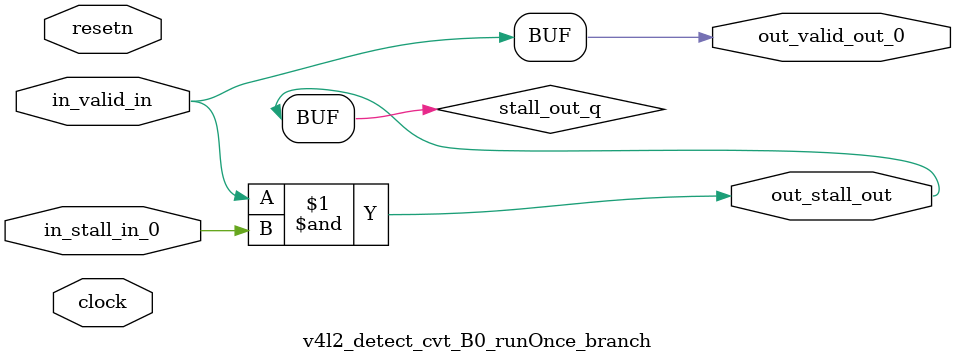
<source format=sv>



(* altera_attribute = "-name AUTO_SHIFT_REGISTER_RECOGNITION OFF; -name MESSAGE_DISABLE 10036; -name MESSAGE_DISABLE 10037; -name MESSAGE_DISABLE 14130; -name MESSAGE_DISABLE 14320; -name MESSAGE_DISABLE 15400; -name MESSAGE_DISABLE 14130; -name MESSAGE_DISABLE 10036; -name MESSAGE_DISABLE 12020; -name MESSAGE_DISABLE 12030; -name MESSAGE_DISABLE 12010; -name MESSAGE_DISABLE 12110; -name MESSAGE_DISABLE 14320; -name MESSAGE_DISABLE 13410; -name MESSAGE_DISABLE 113007; -name MESSAGE_DISABLE 10958" *)
module v4l2_detect_cvt_B0_runOnce_branch (
    input wire [0:0] in_stall_in_0,
    input wire [0:0] in_valid_in,
    output wire [0:0] out_stall_out,
    output wire [0:0] out_valid_out_0,
    input wire clock,
    input wire resetn
    );

    wire [0:0] stall_out_q;


    // stall_out(LOGICAL,6)
    assign stall_out_q = in_valid_in & in_stall_in_0;

    // out_stall_out(GPOUT,4)
    assign out_stall_out = stall_out_q;

    // out_valid_out_0(GPOUT,5)
    assign out_valid_out_0 = in_valid_in;

endmodule

</source>
